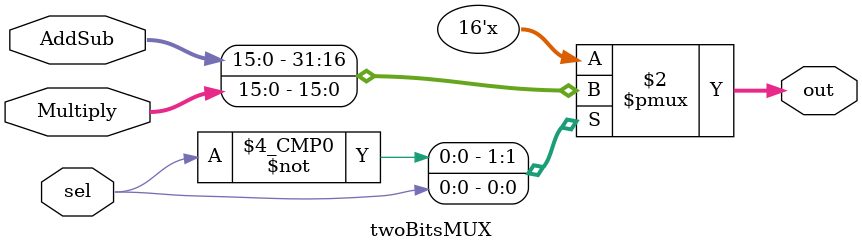
<source format=v>
module twoBitsMUX(
input [15:0] Multiply, AddSub,
input sel,
output reg [15:0] out
);
always @(*) begin
case (sel)
1'b0:out<=AddSub;
1'b1:out<=Multiply;
endcase
end
endmodule
</source>
